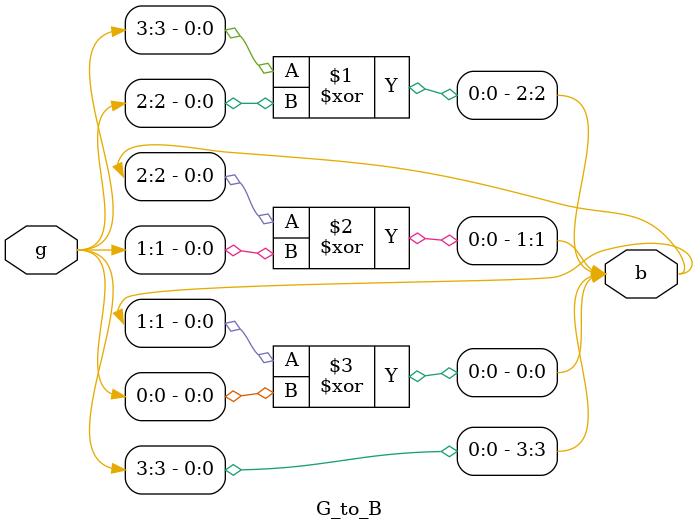
<source format=v>
module G_to_B(input [3:0] g, output [3:0] b);

	assign b[3] = g[3];
	assign b[2] = (b[3] ^ g[2]);
	assign b[1] = (b[2] ^ g[1]);
	assign b[0] = (b[1] ^ g[0]);
	
endmodule

</source>
